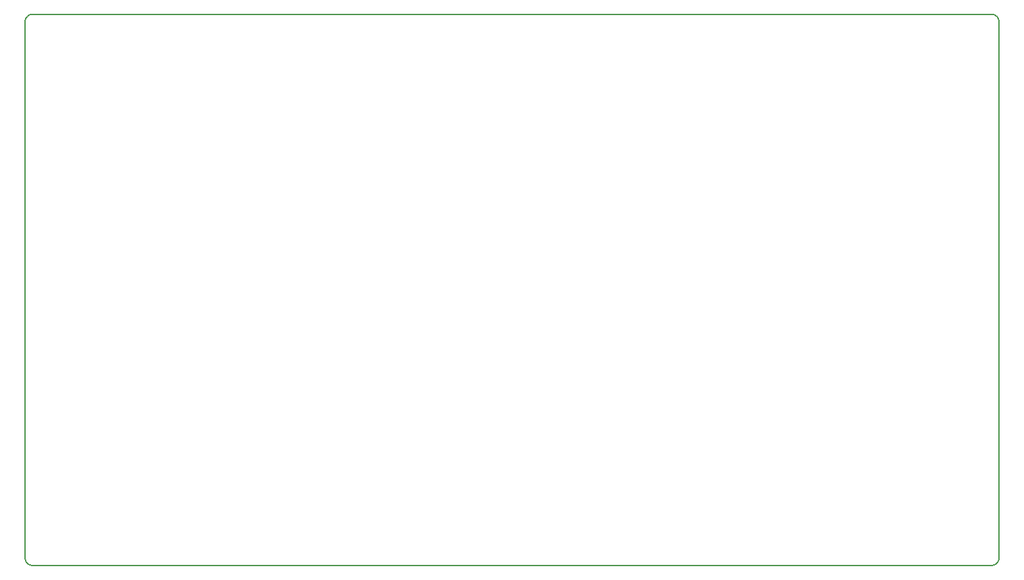
<source format=gbr>
%TF.GenerationSoftware,KiCad,Pcbnew,(6.0.10)*%
%TF.CreationDate,2023-01-29T20:47:48-05:00*%
%TF.ProjectId,shortstack,73686f72-7473-4746-9163-6b2e6b696361,v1.0.0*%
%TF.SameCoordinates,Original*%
%TF.FileFunction,Profile,NP*%
%FSLAX46Y46*%
G04 Gerber Fmt 4.6, Leading zero omitted, Abs format (unit mm)*
G04 Created by KiCad (PCBNEW (6.0.10)) date 2023-01-29 20:47:48*
%MOMM*%
%LPD*%
G01*
G04 APERTURE LIST*
%TA.AperFunction,Profile*%
%ADD10C,0.150000*%
%TD*%
G04 APERTURE END LIST*
D10*
X96625000Y-8875000D02*
G75*
G03*
X97625000Y-7875000I0J1000000D01*
G01*
X97625000Y61125000D02*
G75*
G03*
X96625000Y62125000I-1000000J0D01*
G01*
X-27625000Y-7875000D02*
G75*
G03*
X-26625000Y-8875000I999999J-1D01*
G01*
X-26625000Y62125000D02*
X96625000Y62125000D01*
X97625000Y61125000D02*
X97625000Y-7875000D01*
X96625000Y-8875000D02*
X-26625000Y-8875000D01*
X-27625000Y-7875000D02*
X-27625000Y61125000D01*
X-26625000Y62125000D02*
G75*
G03*
X-27625000Y61125000I-1J-999999D01*
G01*
M02*

</source>
